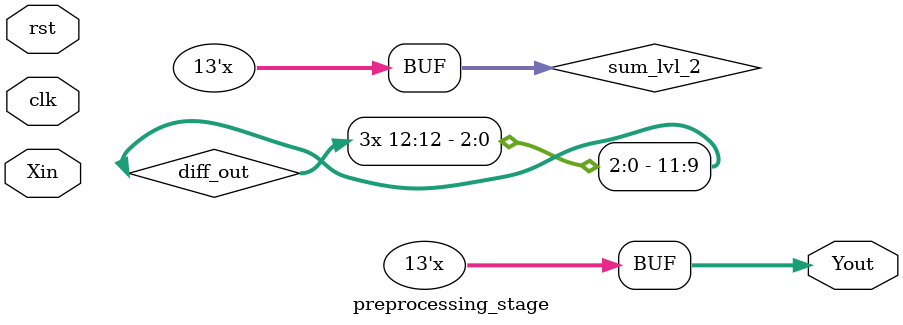
<source format=v>
module preprocessing_stage (
 input clk,
 input rst,
 input signed [7:0] Xin,
 output signed [12:0] Yout
);

 // Stage 1: Differentiation (5-point filter)
 reg signed [7:0] Xin_delay [4:0];  // delay line
 integer k;

 always @(posedge clk or posedge rst) begin
   if (rst) begin
     for (k = 0; k < 5; k = k + 1)
       Xin_delay[k] <= 8'sd0;
   end else begin
     Xin_delay[4] <= Xin_delay[3];
     Xin_delay[3] <= Xin_delay[2];
     Xin_delay[2] <= Xin_delay[1];
     Xin_delay[1] <= Xin_delay[0];
     Xin_delay[0] <= Xin;
   end
 end

 wire signed [12:0] diff_out;
 assign diff_out = ( -Xin_delay[2]
                     - (Xin_delay[1] <<< 1)
                     + (Xin_delay[3] <<< 1)
                     + Xin_delay[4] ) >>> 3;


 // Stage 2: Rectification
 reg signed [8:0] rect_out;
 always @(posedge clk or posedge rst) begin
   if (rst)
     rect_out <= 9'd0;
   else
     // keep rect_out at 9 bits as in your original code
     rect_out <= (diff_out[12] == 1'b0) ? diff_out[8:0] : (~diff_out[8:0] + 1'b1);
 end


 // Stage 3: Moving Window Integration
 integer i; // Declare integer outside the always block
 always @(posedge clk or negedge rst) begin
   if (rst) begin
     for (i = 0; i < 16; i = i + 1)
       Xin_Reg_Inte[i] <= 9'd0;
   end else begin
     for (i = 15; i > 0; i = i - 1)
       Xin_Reg_Inte[i] <= Xin_Reg_Inte[i - 1];
     Xin_Reg_Inte[0] <= rect_out;
   end
 end

 // 16-tap accumulation — unchanged
 wire signed [12:0] sum_lvl_2;
 assign sum_lvl_2 = Xin_Reg_Inte[0] + Xin_Reg_Inte[1] + Xin_Reg_Inte[2] +
                    Xin_Reg_Inte[3] + Xin_Reg_Inte[4] + Xin_Reg_Inte[5] +
                    Xin_Reg_Inte[6] + Xin_Reg_Inte[7] + Xin_Reg_Inte[8] +
                    Xin_Reg_Inte[9] + Xin_Reg_Inte[10]+ Xin_Reg_Inte[11]+
                    Xin_Reg_Inte[12]+ Xin_Reg_Inte[13]+ Xin_Reg_Inte[14]+
                    Xin_Reg_Inte[15];

 assign Yout = sum_lvl_2;
endmodule

</source>
